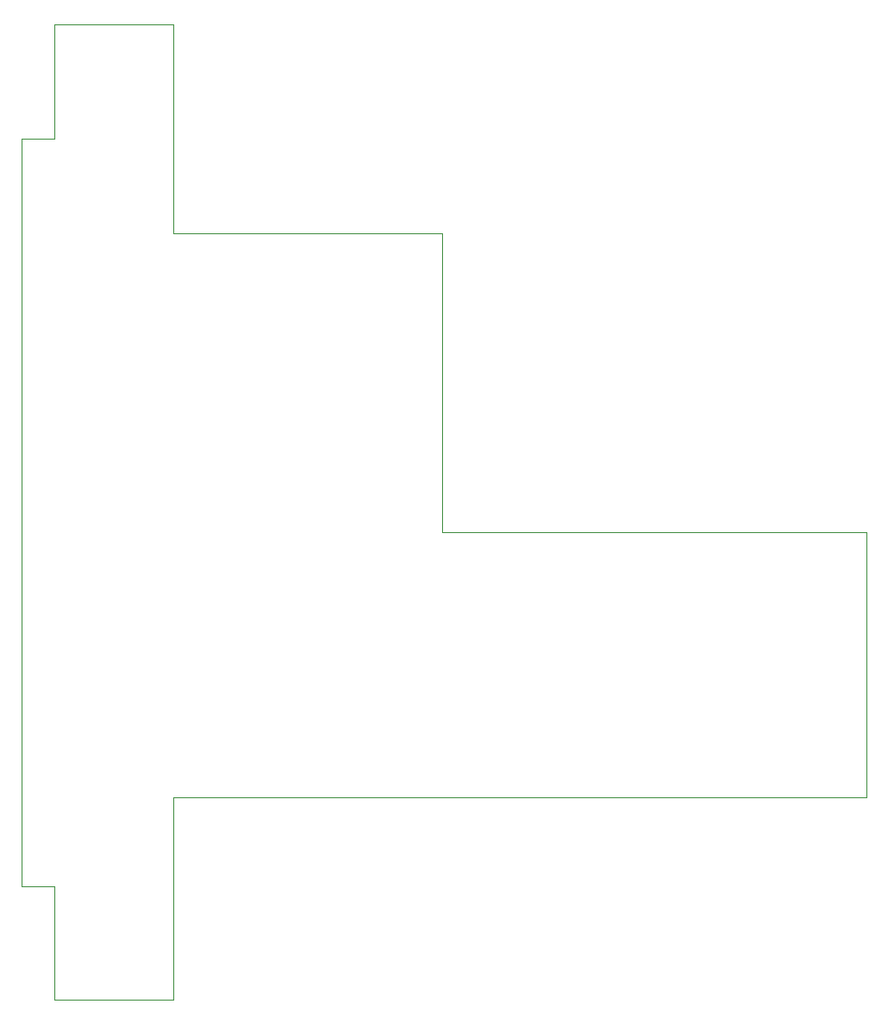
<source format=gbr>
%TF.GenerationSoftware,KiCad,Pcbnew,7.0.8+dfsg-1*%
%TF.CreationDate,2023-12-11T23:30:08+02:00*%
%TF.ProjectId,extra_av_out,65787472-615f-4617-965f-6f75742e6b69,rev?*%
%TF.SameCoordinates,Original*%
%TF.FileFunction,Profile,NP*%
%FSLAX46Y46*%
G04 Gerber Fmt 4.6, Leading zero omitted, Abs format (unit mm)*
G04 Created by KiCad (PCBNEW 7.0.8+dfsg-1) date 2023-12-11 23:30:08*
%MOMM*%
%LPD*%
G01*
G04 APERTURE LIST*
%TA.AperFunction,Profile*%
%ADD10C,0.050000*%
%TD*%
G04 APERTURE END LIST*
D10*
X46500000Y-24000000D02*
X43500000Y-24000000D01*
X46500000Y-91500000D02*
X46500000Y-101750000D01*
X81500000Y-59500000D02*
X81500000Y-32480000D01*
X46500000Y-13670000D02*
X46500000Y-24000000D01*
X119840000Y-59500000D02*
X81500000Y-59500000D01*
X57240000Y-83500000D02*
X119840000Y-83500000D01*
X57240000Y-32480000D02*
X57240000Y-13670000D01*
X43500000Y-91500000D02*
X46500000Y-91500000D01*
X81500000Y-32480000D02*
X57240000Y-32480000D01*
X57240000Y-13670000D02*
X46500000Y-13670000D01*
X46500000Y-101750000D02*
X57240000Y-101750000D01*
X57240000Y-101750000D02*
X57240000Y-83500000D01*
X43500000Y-24000000D02*
X43500000Y-91500000D01*
X119840000Y-83500000D02*
X119840000Y-59500000D01*
M02*

</source>
